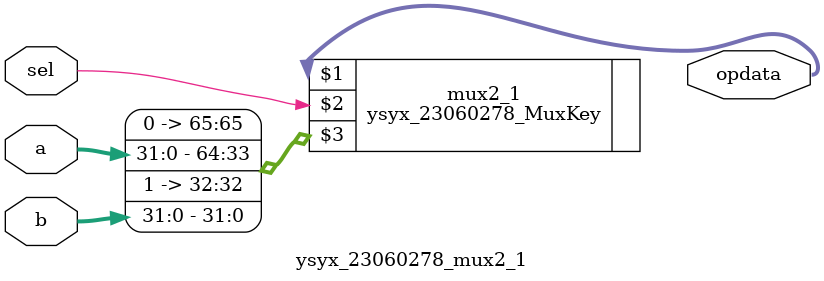
<source format=v>
module ysyx_23060278_mux2_1(
	input [31:0]a,
	input [31:0]b,
	input sel,
	output [31:0]opdata
	
);

	ysyx_23060278_MuxKey #(2, 1, 32) mux2_1 (opdata, sel,{
		1'b0, a,
		1'b1, b
		});

endmodule

</source>
